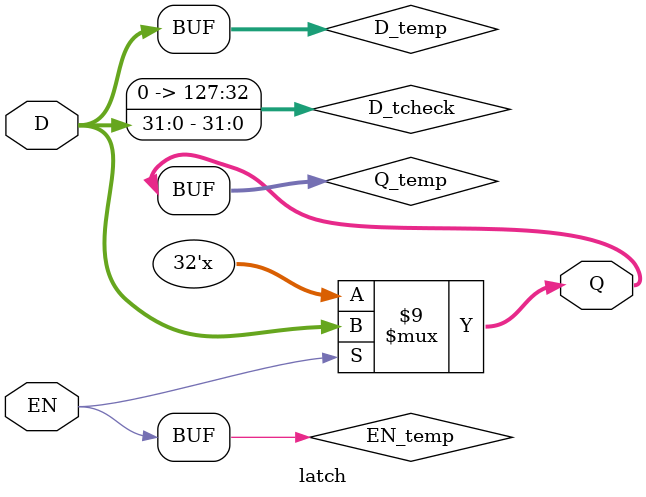
<source format=v>
module latch(D,EN,Q);
  parameter N = 32;
  parameter DPFLAG = 1;
  parameter GROUP = "dpath1";
  parameter
        d_D = 0,
        d_EN_r = 0,
        d_EN_f = 0,
        d_Q = 1;
  input [(N - 1):0] D;
  input  EN;
  output [(N - 1):0] Q;
  wire [(N - 1):0] D_temp;
  wire  EN_temp;
  reg [(N - 1):0] Q_temp;
  assign #(d_D) D_temp = D;
  assign #(d_EN_r,d_EN_f) EN_temp = EN;
  assign #(d_Q) Q = Q_temp;
  always
    @(D_temp or EN_temp)
      begin
      if((EN_temp == 1'b1))
        Q_temp = D_temp;
      else      if((EN_temp !== 1'b0))
        Q_temp = 128'bx;
      end
  wire [127:0] D_tcheck = D;
  specify
    specparam
      t_hold_D = 0,
      t_setup_D = 0;
    $hold(negedge EN , D_tcheck , t_hold_D);
    $setup(D_tcheck , negedge EN , t_setup_D);
  endspecify
endmodule

</source>
